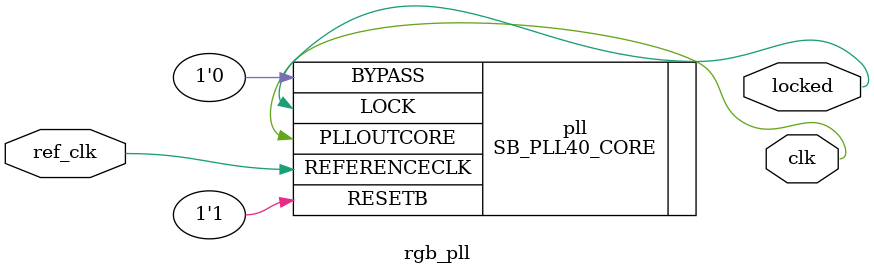
<source format=v>
/*
   $ apio raw "icepll -i 12 -o 96"

   F_PLLIN:    12.000 MHz (given)
   F_PLLOUT:   96.000 MHz (requested)
   F_PLLOUT:   96.000 MHz (achieved)

   FEEDBACK: SIMPLE
   F_PFD:   12.000 MHz
   F_VCO:  768.000 MHz

   DIVR:  0 (4'b0000)
   DIVF: 63 (7'b0111111)
   DIVQ:  3 (3'b011)

   FILTER_RANGE: 1 (3'b001)   
*/                         
module rgb_pll (          
                           
    // Inputs              
    input   ref_clk,       
                           
    // outputs             
    output  clk,           
    output  locked         
);                         
                           
    // Instantiate PLL (   12 MHz in, 96 MHz out) for iCE_STICK
    SB_PLL40_CORE #(       
        .FEEDBACK_PATH("   SIMPLE"),// don't use fine delay adjustment
        .PLLOUT_SELECT("   GENCLK"),// no phase shift on output
        .DIVR(4'B0000),             // reference clock divider (from icepll tool)
        .DIVF(7'b0111111),          // feedback clock divider (ditto)
        .DIVQ(3'B011),              // VCO clock divider (ditto)
        .FILTER_RANGE(3'B001)       // filter range (ditto)
    ) pll (                
        .REFERENCECLK(ref_clk),     // input clock
        .PLLOUTCORE(clk),           // output clock
        .LOCK(locked),              // locked signal
        .RESETB(1'b1),              // active low reset; set to run always
        .BYPASS(1'b0)               // no bypass, use PLL signal as output
    );                     
                           
endmodule                  
</source>
